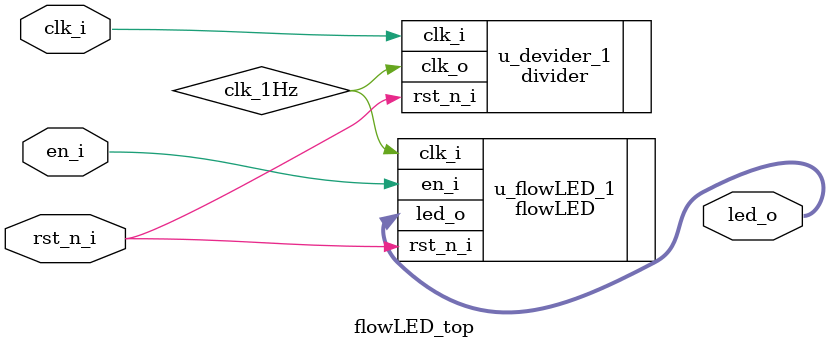
<source format=v>
`timescale 1ns / 1ps


module flowLED_top(
    input clk_i,    //100MHz
    input rst_n_i,  //Òì²½¸´Î»
    input en_i,     //Í¬²½Ê¹ÄÜ
    output[7:0] led_o
    );
    wire clk_1Hz;
    divider u_devider_1(
    .rst_n_i(rst_n_i),
    .clk_i  (clk_i),
    .clk_o  (clk_1Hz)
    );
    flowLED u_flowLED_1(
    .rst_n_i    (rst_n_i),
    .clk_i  (clk_1Hz),
    .en_i   (en_i),
    .led_o  (led_o)
    );
endmodule

</source>
